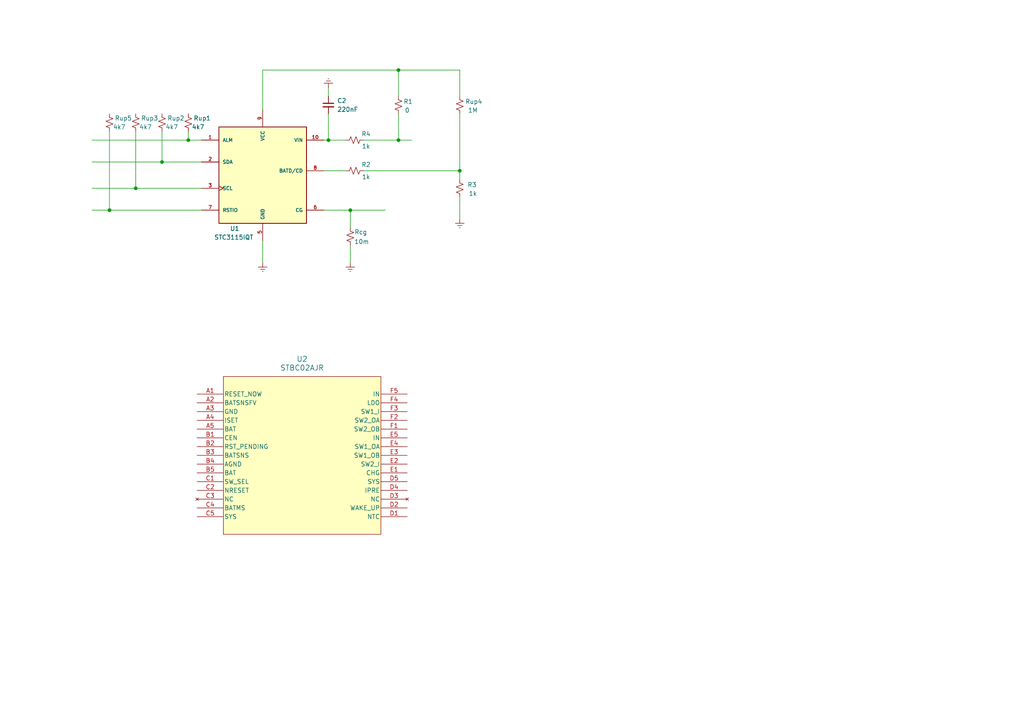
<source format=kicad_sch>
(kicad_sch (version 20231120) (generator "eeschema") (generator_version "8.0")
  (paper "A4")
  (lib_symbols
    (symbol "2024-03-07_04-53-38:STBC02AJR" (pin_names (offset 0.254))
      (property "Reference" "U2" (at 30.48 10.16 0))
      (property "Value" "STBC02AJR" (at 30.48 7.62 0))
      (symbol "STBC02AJR_0_1"
        (pin input line (at 0 0 0) (length 7.62) (name "RESET_NOW") (number "A1"))
        (pin unspecified line (at 0 -2.54 0) (length 7.62) (name "BATSNSFV") (number "A2"))
        (pin power_out line (at 0 -5.08 0) (length 7.62) (name "GND") (number "A3"))
        (pin input line (at 0 -7.62 0) (length 7.62) (name "ISET") (number "A4"))
        (pin power_in line (at 0 -10.16 0) (length 7.62) (name "BAT") (number "A5"))
        (pin input line (at 0 -12.7 0) (length 7.62) (name "CEN") (number "B1"))
        (pin output line (at 0 -15.24 0) (length 7.62) (name "RST_PENDING") (number "B2"))
        (pin unspecified line (at 0 -17.78 0) (length 7.62) (name "BATSNS") (number "B3"))
        (pin power_out line (at 0 -20.32 0) (length 7.62) (name "AGND") (number "B4"))
        (pin power_in line (at 0 -22.86 0) (length 7.62) (name "BAT") (number "B5"))
        (pin input line (at 0 -25.4 0) (length 7.62) (name "SW_SEL") (number "C1"))
        (pin output line (at 0 -27.94 0) (length 7.62) (name "NRESET") (number "C2"))
        (pin no_connect line (at 0 -30.48 0) (length 7.62) (name "NC") (number "C3"))
        (pin unspecified line (at 0 -33.02 0) (length 7.62) (name "BATMS") (number "C4"))
        (pin power_in line (at 0 -35.56 0) (length 7.62) (name "SYS") (number "C5"))
        (pin power_in line (at 60.96 -35.56 180) (length 7.62) (name "NTC") (number "D1"))
        (pin input line (at 60.96 -33.02 180) (length 7.62) (name "WAKE_UP") (number "D2"))
        (pin no_connect line (at 60.96 -30.48 180) (length 7.62) (name "NC") (number "D3"))
        (pin input line (at 60.96 -27.94 180) (length 7.62) (name "IPRE") (number "D4"))
        (pin power_in line (at 60.96 -25.4 180) (length 7.62) (name "SYS") (number "D5"))
        (pin output line (at 60.96 -22.86 180) (length 7.62) (name "CHG") (number "E1"))
        (pin input line (at 60.96 -20.32 180) (length 7.62) (name "SW2_I") (number "E2"))
        (pin output line (at 60.96 -17.78 180) (length 7.62) (name "SW1_OB") (number "E3"))
        (pin output line (at 60.96 -15.24 180) (length 7.62) (name "SW1_OA") (number "E4"))
        (pin power_in line (at 60.96 -12.7 180) (length 7.62) (name "IN") (number "E5"))
        (pin output line (at 60.96 -10.16 180) (length 7.62) (name "SW2_OB") (number "F1"))
        (pin output line (at 60.96 -7.62 180) (length 7.62) (name "SW2_OA") (number "F2"))
        (pin input line (at 60.96 -5.08 180) (length 7.62) (name "SW1_I") (number "F3"))
        (pin power_in line (at 60.96 -2.54 180) (length 7.62) (name "LDO") (number "F4"))
        (pin power_in line (at 60.96 0 180) (length 7.62) (name "IN") (number "F5"))
      )
      (symbol "STBC02AJR_1_1"
        (rectangle (start 7.62 5.08) (end 53.34 -40.64) (fill (type background)))
      )
    )
    (symbol "Device:C_Small" (pin_numbers hide) (pin_names (offset 0.254) hide)
      (property "Reference" "C" (at 0.254 1.778 0))
      (property "Value" "C_Small" (at 0.254 -2.032 0))
      (symbol "C_Small_0_1"
        (polyline (pts (xy -1.524 -0.508) (xy 1.524 -0.508)) (stroke (width 0.3302)))
        (polyline (pts (xy -1.524 0.508) (xy 1.524 0.508)) (stroke (width 0.3048)))
      )
      (symbol "C_Small_1_1"
        (pin passive line (at 0 2.54 270) (length 2.032) (name "~") (number "1"))
        (pin passive line (at 0 -2.54 90) (length 2.032) (name "~") (number "2"))
      )
    )
    (symbol "Device:R_Small_US" (pin_numbers hide) (pin_names (offset 0.254) hide)
      (property "Reference" "R" (at 0.762 0.508 0))
      (property "Value" "R_Small_US" (at 0.762 -1.016 0))
      (symbol "R_Small_US_1_1"
        (polyline (pts (xy 0 0) (xy 1.016 -0.381) (xy 0 -0.762) (xy -1.016 -1.143) (xy 0 -1.524)))
        (polyline (pts (xy 0 1.524) (xy 1.016 1.143) (xy 0 0.762) (xy -1.016 0.381) (xy 0 0)))
        (pin passive line (at 0 2.54 270) (length 1.016) (name "~") (number "1"))
        (pin passive line (at 0 -2.54 90) (length 1.016) (name "~") (number "2"))
      )
    )
    (symbol "STC3115IQT:STC3115IQT" (pin_names (offset 1.016))
      (property "Reference" "U1" (at -8.128 -16.764 0))
      (property "Value" "STC3115IQT" (at -8.382 -19.304 0))
      (symbol "STC3115IQT_0_0"
        (rectangle (start -12.7 12.7) (end 12.7 -15.24) (stroke (width 0.254)) (fill (type background)))
        (pin bidirectional line (at -17.78 8.89 0) (length 5.08) (name "ALM") (number "1"))
        (pin input line (at 17.78 8.89 180) (length 5.08) (name "VIN") (number "10"))
        (pin bidirectional line (at -17.78 2.54 0) (length 5.08) (name "SDA") (number "2"))
        (pin input clock (at -17.78 -5.08 0) (length 5.08) (name "SCL") (number "3"))
        (pin power_in line (at 0 -20.32 90) (length 5.08) (name "GND") (number "5"))
        (pin input line (at 17.78 -11.43 180) (length 5.08) (name "CG") (number "6"))
        (pin bidirectional line (at -17.78 -11.43 0) (length 5.08) (name "RSTIO") (number "7"))
        (pin bidirectional line (at 17.78 0 180) (length 5.08) (name "BATD/CD") (number "8"))
        (pin power_in line (at 0 17.78 270) (length 5.08) (name "VCC") (number "9"))
      )
    )
    (symbol "power:GNDREF" (power) (pin_numbers hide) (pin_names (offset 0) hide)
      (property "Value" "GNDREF" (at 0 -3.81 0))
      (symbol "GNDREF_0_1"
        (polyline (pts (xy -0.635 -1.905) (xy 0.635 -1.905)))
        (polyline (pts (xy -0.127 -2.54) (xy 0.127 -2.54)))
        (polyline (pts (xy 0 -1.27) (xy 0 0)))
        (polyline (pts (xy 1.27 -1.27) (xy -1.27 -1.27)))
      )
      (symbol "GNDREF_1_1"
        (pin power_in line (at 0 0 270) (length 0) (name "~") (number "1"))
      )
    )
  )
  (junction (at 39.37 54.61))
  (junction (at 31.75 60.96))
  (junction (at 115.57 40.64))
  (junction (at 46.99 46.99))
  (junction (at 133.35 49.53))
  (junction (at 54.61 40.64))
  (junction (at 95.25 40.64))
  (junction (at 115.57 20.32))
  (junction (at 101.6 60.96))
  (wire (pts (xy 115.57 40.64) (xy 119.38 40.64)))
  (wire (pts (xy 115.57 20.32) (xy 133.35 20.32)))
  (wire (pts (xy 105.41 49.53) (xy 133.35 49.53)))
  (wire (pts (xy 46.99 46.99) (xy 58.42 46.99)))
  (wire (pts (xy 101.6 60.96) (xy 101.6 66.04)))
  (wire (pts (xy 26.67 54.61) (xy 39.37 54.61)))
  (wire (pts (xy 39.37 38.1) (xy 39.37 54.61)))
  (wire (pts (xy 46.99 38.1) (xy 46.99 46.99)))
  (wire (pts (xy 76.2 20.32) (xy 115.57 20.32)))
  (wire (pts (xy 93.98 60.96) (xy 101.6 60.96)))
  (wire (pts (xy 39.37 54.61) (xy 58.42 54.61)))
  (wire (pts (xy 95.25 25.4) (xy 95.25 27.94)))
  (wire (pts (xy 105.41 40.64) (xy 115.57 40.64)))
  (wire (pts (xy 101.6 71.12) (xy 101.6 76.2)))
  (wire (pts (xy 95.25 40.64) (xy 100.33 40.64)))
  (wire (pts (xy 26.67 46.99) (xy 46.99 46.99)))
  (wire (pts (xy 101.6 60.96) (xy 111.76 60.96)))
  (wire (pts (xy 95.25 33.02) (xy 95.25 40.64)))
  (wire (pts (xy 133.35 33.02) (xy 133.35 49.53)))
  (wire (pts (xy 93.98 40.64) (xy 95.25 40.64)))
  (wire (pts (xy 115.57 33.02) (xy 115.57 40.64)))
  (wire (pts (xy 76.2 69.85) (xy 76.2 76.2)))
  (wire (pts (xy 133.35 49.53) (xy 133.35 52.07)))
  (wire (pts (xy 26.67 60.96) (xy 31.75 60.96)))
  (wire (pts (xy 26.67 40.64) (xy 54.61 40.64)))
  (wire (pts (xy 93.98 49.53) (xy 100.33 49.53)))
  (wire (pts (xy 54.61 38.1) (xy 54.61 40.64)))
  (wire (pts (xy 54.61 40.64) (xy 58.42 40.64)))
  (wire (pts (xy 115.57 20.32) (xy 115.57 27.94)))
  (wire (pts (xy 31.75 60.96) (xy 58.42 60.96)))
  (wire (pts (xy 133.35 57.15) (xy 133.35 63.5)))
  (wire (pts (xy 133.35 20.32) (xy 133.35 27.94)))
  (wire (pts (xy 76.2 31.75) (xy 76.2 20.32)))
  (wire (pts (xy 31.75 38.1) (xy 31.75 60.96)))
  (symbol (lib_id "Device:R_Small_US") (at 115.57 30.48 180) (unit 1)
    (property "Reference" "R1" (at 118.364 29.464 0))
    (property "Value" "0" (at 118.11 32.004 0))
    (property "Description" "Resistor, small US symbol" (effects (hide yes)))
  )
  (symbol (lib_id "Device:R_Small_US") (at 133.35 30.48 180) (unit 1)
    (property "Reference" "Rup4" (at 137.414 29.464 0))
    (property "Value" "1M" (at 137.16 32.004 0))
    (property "Description" "Resistor, small US symbol" (effects (hide yes)))
  )
  (symbol (lib_id "Device:R_Small_US") (at 101.6 68.58 180) (unit 1)
    (property "Reference" "Rcg" (at 104.648 67.31 0))
    (property "Value" "10m" (at 104.902 70.104 0))
    (property "Description" "Resistor, small US symbol" (effects (hide yes)))
  )
  (symbol (lib_id "power:GNDREF") (at 76.2 76.2 0) (unit 1)
    (property "Reference" "#PWR02" (effects (hide yes)))
    (property "Value" "GNDREF" (effects (hide yes)))
    (property "Description" "Power symbol creates a global label with name \"GNDREF\" , reference supply ground" (effects (hide yes)))
  )
  (symbol (lib_id "power:GNDREF") (at 95.25 25.4 180) (unit 1)
    (property "Reference" "#PWR01" (effects (hide yes)))
    (property "Value" "GNDREF" (effects (hide yes)))
    (property "Description" "Power symbol creates a global label with name \"GNDREF\" , reference supply ground" (effects (hide yes)))
  )
  (symbol (lib_id "2024-03-07_04-53-38:STBC02AJR") (at 57.15 114.3 0) (unit 1)
    (property "Reference" "U2" (at 87.63 104.14 0) (effects (font (size 1.524 1.524))))
    (property "Value" "STBC02AJR" (at 87.63 106.68 0) (effects (font (size 1.524 1.524))))
    (property "Footprint" "FLIPCHIP30_STM" (effects (hide yes)))
    (property "Datasheet" "STBC02AJR" (effects (hide yes)))
  )
  (symbol (lib_id "Device:R_Small_US") (at 102.87 40.64 90) (unit 1)
    (property "Reference" "R4" (at 106.172 38.862 90))
    (property "Value" "1k" (at 106.172 42.418 90))
    (property "Description" "Resistor, small US symbol" (effects (hide yes)))
  )
  (symbol (lib_id "power:GNDREF") (at 133.35 63.5 0) (unit 1)
    (property "Reference" "#PWR04" (effects (hide yes)))
    (property "Value" "GNDREF" (effects (hide yes)))
    (property "Description" "Power symbol creates a global label with name \"GNDREF\" , reference supply ground" (effects (hide yes)))
  )
  (symbol (lib_id "Device:R_Small_US") (at 46.99 35.56 0) (unit 1)
    (property "Reference" "Rup2" (at 48.514 34.29 0) (effects (justify left)))
    (property "Value" "4k7" (at 48.006 36.83 0) (effects (justify left)))
    (property "Description" "Resistor, small US symbol" (effects (hide yes)))
  )
  (symbol (lib_id "STC3115IQT:STC3115IQT") (at 76.2 49.53 0) (unit 1)
    (property "Reference" "U1" (at 68.072 66.294 0))
    (property "Value" "STC3115IQT" (at 67.818 68.834 0))
    (property "Footprint" "STC3115IQT:SON50P300X200X60-10N" (effects (hide yes)))
    (property "PARTREV" "9" (effects (hide yes)))
    (property "STANDARD" "IPC 7351B" (effects (hide yes)))
    (property "MANUFACTURER" "ST MICROELECTRONICS" (effects (hide yes)))
  )
  (symbol (lib_id "Device:R_Small_US") (at 31.75 35.56 0) (unit 1)
    (property "Reference" "Rup5" (at 33.274 34.29 0) (effects (justify left)))
    (property "Value" "4k7" (at 32.766 36.83 0) (effects (justify left)))
    (property "Description" "Resistor, small US symbol" (effects (hide yes)))
  )
  (symbol (lib_id "Device:R_Small_US") (at 133.35 54.61 180) (unit 1)
    (property "Reference" "R3" (at 136.906 53.594 0))
    (property "Value" "1k" (at 137.16 56.134 0))
    (property "Description" "Resistor, small US symbol" (effects (hide yes)))
  )
  (symbol (lib_id "Device:R_Small_US") (at 102.87 49.53 90) (unit 1)
    (property "Reference" "R2" (at 106.172 47.752 90))
    (property "Value" "1k" (at 106.172 51.308 90))
    (property "Description" "Resistor, small US symbol" (effects (hide yes)))
  )
  (symbol (lib_id "Device:R_Small_US") (at 54.61 35.56 0) (unit 1)
    (property "Reference" "Rup1" (at 56.134 34.29 0) (effects (justify left)))
    (property "Value" "4k7" (at 55.626 36.83 0) (effects (justify left)))
    (property "Description" "Resistor, small US symbol" (effects (hide yes)))
  )
  (symbol (lib_id "Device:C_Small") (at 95.25 30.48 0) (unit 1)
    (property "Reference" "C2" (at 97.79 29.2162 0) (effects (justify left)))
    (property "Value" "220nF" (at 97.79 31.7562 0) (effects (justify left)))
    (property "Description" "Unpolarized capacitor, small symbol" (effects (hide yes)))
  )
  (symbol (lib_id "power:GNDREF") (at 101.6 76.2 0) (unit 1)
    (property "Reference" "#PWR03" (effects (hide yes)))
    (property "Value" "GNDREF" (effects (hide yes)))
    (property "Description" "Power symbol creates a global label with name \"GNDREF\" , reference supply ground" (effects (hide yes)))
  )
  (symbol (lib_id "Device:R_Small_US") (at 39.37 35.56 0) (unit 1)
    (property "Reference" "Rup3" (at 40.894 34.29 0) (effects (justify left)))
    (property "Value" "4k7" (at 40.386 36.83 0) (effects (justify left)))
    (property "Description" "Resistor, small US symbol" (effects (hide yes)))
  )
)
</source>
